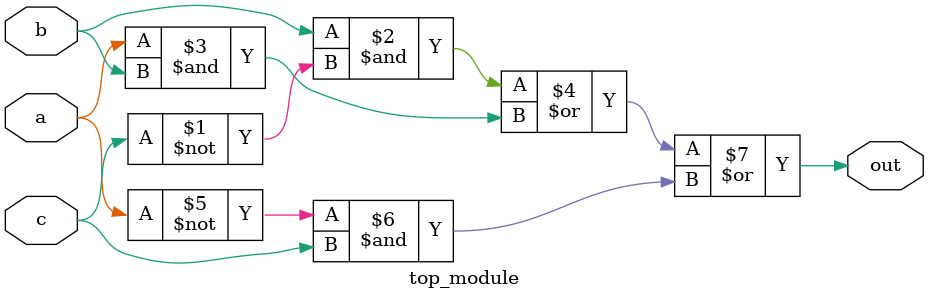
<source format=sv>
module top_module (
    input a, 
    input b,
    input c,
    output out
);

    assign out = (b & ~c) | (a & b) | (~a & c);

endmodule

</source>
